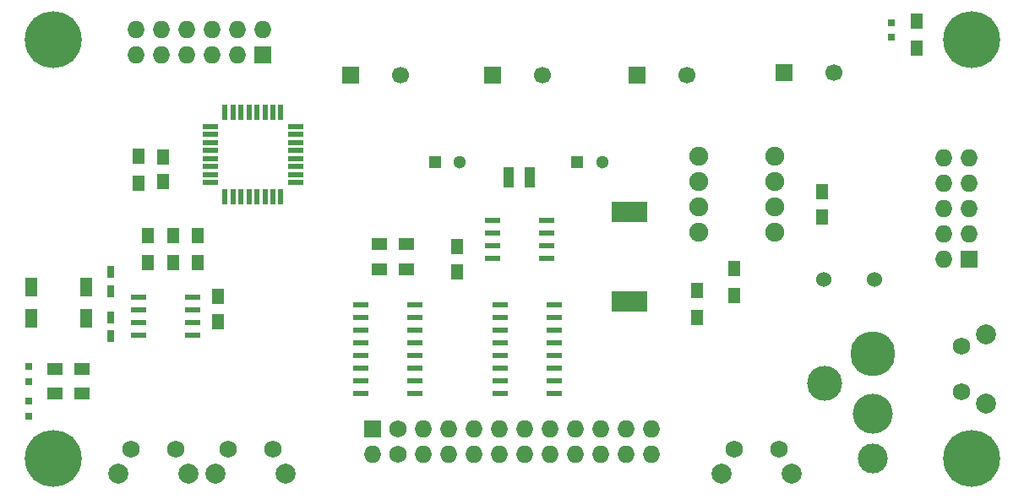
<source format=gbr>
G04 #@! TF.FileFunction,Soldermask,Top*
%FSLAX46Y46*%
G04 Gerber Fmt 4.6, Leading zero omitted, Abs format (unit mm)*
G04 Created by KiCad (PCBNEW 4.0.2-stable) date 9/19/2016 8:58:53 PM*
%MOMM*%
G01*
G04 APERTURE LIST*
%ADD10C,0.100000*%
%ADD11R,1.727200X1.727200*%
%ADD12O,1.727200X1.727200*%
%ADD13R,1.300000X1.900000*%
%ADD14R,0.750000X1.200000*%
%ADD15R,1.300000X1.500000*%
%ADD16R,0.797560X0.797560*%
%ADD17C,1.750000*%
%ADD18C,2.000000*%
%ADD19C,5.700000*%
%ADD20R,1.550000X0.600000*%
%ADD21R,1.500000X0.600000*%
%ADD22C,1.905000*%
%ADD23R,1.500000X1.300000*%
%ADD24R,1.000000X2.000000*%
%ADD25R,0.550000X1.600000*%
%ADD26R,1.600000X0.550000*%
%ADD27R,1.250000X1.500000*%
%ADD28C,1.300000*%
%ADD29R,1.300000X1.300000*%
%ADD30C,1.700000*%
%ADD31R,1.700000X1.700000*%
%ADD32R,3.600000X2.000000*%
%ADD33C,1.524000*%
%ADD34C,3.000000*%
%ADD35C,4.000000*%
%ADD36C,4.500000*%
%ADD37C,3.500000*%
%ADD38C,1.727200*%
G04 APERTURE END LIST*
D10*
D11*
X210250000Y-96000000D03*
D12*
X207710000Y-96000000D03*
X210250000Y-93460000D03*
X207710000Y-93460000D03*
X210250000Y-90920000D03*
X207710000Y-90920000D03*
X210250000Y-88380000D03*
X207710000Y-88380000D03*
X210250000Y-85840000D03*
X207710000Y-85840000D03*
D13*
X121750000Y-101950000D03*
X116250000Y-101950000D03*
X116250000Y-98750000D03*
X121750000Y-98750000D03*
D14*
X124250000Y-103700000D03*
X124250000Y-101800000D03*
X124250000Y-97300000D03*
X124250000Y-99200000D03*
D15*
X205000000Y-74850000D03*
X205000000Y-72150000D03*
D16*
X116000000Y-111749300D03*
X116000000Y-110250700D03*
X116000000Y-106750700D03*
X116000000Y-108249300D03*
X202500000Y-73749300D03*
X202500000Y-72250700D03*
D17*
X126250000Y-115010000D03*
X130750000Y-115010000D03*
D18*
X124995000Y-117500000D03*
X132005000Y-117500000D03*
D17*
X136000000Y-115010000D03*
X140500000Y-115010000D03*
D18*
X134745000Y-117500000D03*
X141755000Y-117500000D03*
D17*
X186750000Y-115010000D03*
X191250000Y-115010000D03*
D18*
X185495000Y-117500000D03*
X192505000Y-117500000D03*
D17*
X209510000Y-109250000D03*
X209510000Y-104750000D03*
D18*
X212000000Y-110505000D03*
X212000000Y-103495000D03*
D19*
X210500000Y-116000000D03*
X210500000Y-74000000D03*
X118500000Y-74000000D03*
X118500000Y-116000000D03*
D20*
X162500000Y-92095000D03*
X162500000Y-93365000D03*
X162500000Y-94635000D03*
X162500000Y-95905000D03*
X167900000Y-95905000D03*
X167900000Y-94635000D03*
X167900000Y-93365000D03*
X167900000Y-92095000D03*
D21*
X163300000Y-100555000D03*
X163300000Y-101825000D03*
X163300000Y-103095000D03*
X163300000Y-104365000D03*
X163300000Y-105635000D03*
X163300000Y-106905000D03*
X163300000Y-108175000D03*
X163300000Y-109445000D03*
X168700000Y-109445000D03*
X168700000Y-108175000D03*
X168700000Y-106905000D03*
X168700000Y-105635000D03*
X168700000Y-104365000D03*
X168700000Y-103095000D03*
X168700000Y-101825000D03*
X168700000Y-100555000D03*
X149300000Y-100555000D03*
X149300000Y-101825000D03*
X149300000Y-103095000D03*
X149300000Y-104365000D03*
X149300000Y-105635000D03*
X149300000Y-106905000D03*
X149300000Y-108175000D03*
X149300000Y-109445000D03*
X154700000Y-109445000D03*
X154700000Y-108175000D03*
X154700000Y-106905000D03*
X154700000Y-105635000D03*
X154700000Y-104365000D03*
X154700000Y-103095000D03*
X154700000Y-101825000D03*
X154700000Y-100555000D03*
D22*
X183190000Y-85690000D03*
X183190000Y-88230000D03*
X183190000Y-90770000D03*
X183190000Y-93310000D03*
X190810000Y-93310000D03*
X190810000Y-90770000D03*
X190810000Y-88230000D03*
X190810000Y-85690000D03*
D15*
X130500000Y-93650000D03*
X130500000Y-96350000D03*
X133000000Y-93650000D03*
X133000000Y-96350000D03*
X128000000Y-93650000D03*
X128000000Y-96350000D03*
X127000000Y-85650000D03*
X127000000Y-88350000D03*
D23*
X151150000Y-97000000D03*
X153850000Y-97000000D03*
X151150000Y-94500000D03*
X153850000Y-94500000D03*
X121350000Y-109500000D03*
X118650000Y-109500000D03*
X121350000Y-107000000D03*
X118650000Y-107000000D03*
D15*
X186750000Y-99600000D03*
X186750000Y-96900000D03*
X183000000Y-101850000D03*
X183000000Y-99150000D03*
D11*
X139500000Y-75500000D03*
D12*
X139500000Y-72960000D03*
X136960000Y-75500000D03*
X136960000Y-72960000D03*
X134420000Y-75500000D03*
X134420000Y-72960000D03*
X131880000Y-75500000D03*
X131880000Y-72960000D03*
X129340000Y-75500000D03*
X129340000Y-72960000D03*
X126800000Y-75500000D03*
X126800000Y-72960000D03*
D24*
X166250000Y-87800000D03*
X164150000Y-87800000D03*
D25*
X135700000Y-89750000D03*
X136500000Y-89750000D03*
X137300000Y-89750000D03*
X138100000Y-89750000D03*
X138900000Y-89750000D03*
X139700000Y-89750000D03*
X140500000Y-89750000D03*
X141300000Y-89750000D03*
D26*
X142750000Y-88300000D03*
X142750000Y-87500000D03*
X142750000Y-86700000D03*
X142750000Y-85900000D03*
X142750000Y-85100000D03*
X142750000Y-84300000D03*
X142750000Y-83500000D03*
X142750000Y-82700000D03*
D25*
X141300000Y-81250000D03*
X140500000Y-81250000D03*
X139700000Y-81250000D03*
X138900000Y-81250000D03*
X138100000Y-81250000D03*
X137300000Y-81250000D03*
X136500000Y-81250000D03*
X135700000Y-81250000D03*
D26*
X134250000Y-82700000D03*
X134250000Y-83500000D03*
X134250000Y-84300000D03*
X134250000Y-85100000D03*
X134250000Y-85900000D03*
X134250000Y-86700000D03*
X134250000Y-87500000D03*
X134250000Y-88300000D03*
D27*
X159000000Y-94750000D03*
X159000000Y-97250000D03*
D28*
X173500000Y-86250000D03*
D29*
X171000000Y-86250000D03*
D28*
X159250000Y-86250000D03*
D29*
X156750000Y-86250000D03*
D27*
X135000000Y-102250000D03*
X135000000Y-99750000D03*
X129500000Y-85750000D03*
X129500000Y-88250000D03*
D30*
X196750000Y-77250000D03*
D31*
X191750000Y-77250000D03*
D30*
X182000000Y-77500000D03*
D31*
X177000000Y-77500000D03*
D30*
X153250000Y-77500000D03*
D31*
X148250000Y-77500000D03*
D30*
X167500000Y-77500000D03*
D31*
X162500000Y-77500000D03*
D27*
X195500000Y-91750000D03*
X195500000Y-89250000D03*
D20*
X127050000Y-99845000D03*
X127050000Y-101115000D03*
X127050000Y-102385000D03*
X127050000Y-103655000D03*
X132450000Y-103655000D03*
X132450000Y-102385000D03*
X132450000Y-101115000D03*
X132450000Y-99845000D03*
D32*
X176250000Y-91250000D03*
X176250000Y-100250000D03*
D33*
X195670000Y-98000000D03*
X200750000Y-98000000D03*
D34*
X200650000Y-116000000D03*
D35*
X200650000Y-111500000D03*
D36*
X200650000Y-105500000D03*
D37*
X195750000Y-108450000D03*
D11*
X150500000Y-113000000D03*
D12*
X150500000Y-115540000D03*
D38*
X153040000Y-113000000D03*
X153040000Y-115540000D03*
D12*
X155580000Y-113000000D03*
X155580000Y-115540000D03*
X158120000Y-113000000D03*
X158120000Y-115540000D03*
X160660000Y-113000000D03*
X160660000Y-115540000D03*
X163200000Y-113000000D03*
X163200000Y-115540000D03*
X165740000Y-113000000D03*
X165740000Y-115540000D03*
X168280000Y-113000000D03*
X168280000Y-115540000D03*
X170820000Y-113000000D03*
X170820000Y-115540000D03*
X173360000Y-113000000D03*
X173360000Y-115540000D03*
X175900000Y-113000000D03*
X175900000Y-115540000D03*
X178440000Y-113000000D03*
X178440000Y-115540000D03*
M02*

</source>
